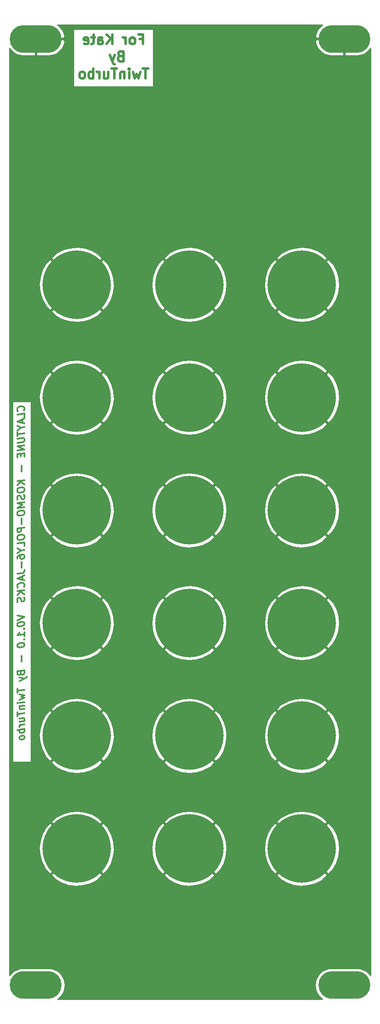
<source format=gbr>
G04 #@! TF.GenerationSoftware,KiCad,Pcbnew,(5.1.7)-1*
G04 #@! TF.CreationDate,2023-03-06T19:58:30+00:00*
G04 #@! TF.ProjectId,KOSMO-POLY6-JACKS,4b4f534d-4f2d-4504-9f4c-59362d4a4143,V0.1.0*
G04 #@! TF.SameCoordinates,Original*
G04 #@! TF.FileFunction,Copper,L2,Bot*
G04 #@! TF.FilePolarity,Positive*
%FSLAX46Y46*%
G04 Gerber Fmt 4.6, Leading zero omitted, Abs format (unit mm)*
G04 Created by KiCad (PCBNEW (5.1.7)-1) date 2023-03-06 19:58:30*
%MOMM*%
%LPD*%
G01*
G04 APERTURE LIST*
G04 #@! TA.AperFunction,NonConductor*
%ADD10C,0.300000*%
G04 #@! TD*
G04 #@! TA.AperFunction,NonConductor*
%ADD11C,0.500000*%
G04 #@! TD*
G04 #@! TA.AperFunction,ComponentPad*
%ADD12C,14.000000*%
G04 #@! TD*
G04 #@! TA.AperFunction,ComponentPad*
%ADD13O,10.600000X5.600000*%
G04 #@! TD*
G04 #@! TA.AperFunction,Conductor*
%ADD14C,0.254000*%
G04 #@! TD*
G04 #@! TA.AperFunction,Conductor*
%ADD15C,0.100000*%
G04 #@! TD*
G04 APERTURE END LIST*
D10*
X109094714Y-84082071D02*
X109166142Y-84001714D01*
X109237571Y-83778500D01*
X109237571Y-83635642D01*
X109166142Y-83430285D01*
X109023285Y-83305285D01*
X108880428Y-83251714D01*
X108594714Y-83216000D01*
X108380428Y-83242785D01*
X108094714Y-83349928D01*
X107951857Y-83439214D01*
X107809000Y-83599928D01*
X107737571Y-83823142D01*
X107737571Y-83966000D01*
X107809000Y-84171357D01*
X107880428Y-84233857D01*
X109237571Y-85421357D02*
X109237571Y-84707071D01*
X107737571Y-84894571D01*
X108809000Y-85903500D02*
X108809000Y-86617785D01*
X109237571Y-85707071D02*
X107737571Y-86394571D01*
X109237571Y-86707071D01*
X108523285Y-87582071D02*
X109237571Y-87492785D01*
X107737571Y-87180285D02*
X108523285Y-87582071D01*
X107737571Y-88180285D01*
X107737571Y-88466000D02*
X107737571Y-89323142D01*
X109237571Y-88707071D02*
X107737571Y-88894571D01*
X107737571Y-89823142D02*
X108951857Y-89671357D01*
X109094714Y-89724928D01*
X109166142Y-89787428D01*
X109237571Y-89921357D01*
X109237571Y-90207071D01*
X109166142Y-90358857D01*
X109094714Y-90439214D01*
X108951857Y-90528500D01*
X107737571Y-90680285D01*
X109237571Y-91207071D02*
X107737571Y-91394571D01*
X109237571Y-92064214D01*
X107737571Y-92251714D01*
X108451857Y-92876714D02*
X108451857Y-93376714D01*
X109237571Y-93492785D02*
X109237571Y-92778500D01*
X107737571Y-92966000D01*
X107737571Y-93680285D01*
X108666142Y-95349928D02*
X108666142Y-96492785D01*
X109237571Y-98278500D02*
X107737571Y-98466000D01*
X109237571Y-99135642D02*
X108380428Y-98599928D01*
X107737571Y-99323142D02*
X108594714Y-98358857D01*
X107737571Y-100251714D02*
X107737571Y-100537428D01*
X107809000Y-100671357D01*
X107951857Y-100796357D01*
X108237571Y-100832071D01*
X108737571Y-100769571D01*
X109023285Y-100662428D01*
X109166142Y-100501714D01*
X109237571Y-100349928D01*
X109237571Y-100064214D01*
X109166142Y-99930285D01*
X109023285Y-99805285D01*
X108737571Y-99769571D01*
X108237571Y-99832071D01*
X107951857Y-99939214D01*
X107809000Y-100099928D01*
X107737571Y-100251714D01*
X109166142Y-101287428D02*
X109237571Y-101492785D01*
X109237571Y-101849928D01*
X109166142Y-102001714D01*
X109094714Y-102082071D01*
X108951857Y-102171357D01*
X108809000Y-102189214D01*
X108666142Y-102135642D01*
X108594714Y-102073142D01*
X108523285Y-101939214D01*
X108451857Y-101662428D01*
X108380428Y-101528500D01*
X108309000Y-101466000D01*
X108166142Y-101412428D01*
X108023285Y-101430285D01*
X107880428Y-101519571D01*
X107809000Y-101599928D01*
X107737571Y-101751714D01*
X107737571Y-102108857D01*
X107809000Y-102314214D01*
X109237571Y-102778500D02*
X107737571Y-102966000D01*
X108809000Y-103332071D01*
X107737571Y-103966000D01*
X109237571Y-103778500D01*
X107737571Y-104966000D02*
X107737571Y-105251714D01*
X107809000Y-105385642D01*
X107951857Y-105510642D01*
X108237571Y-105546357D01*
X108737571Y-105483857D01*
X109023285Y-105376714D01*
X109166142Y-105216000D01*
X109237571Y-105064214D01*
X109237571Y-104778500D01*
X109166142Y-104644571D01*
X109023285Y-104519571D01*
X108737571Y-104483857D01*
X108237571Y-104546357D01*
X107951857Y-104653500D01*
X107809000Y-104814214D01*
X107737571Y-104966000D01*
X108666142Y-106135642D02*
X108666142Y-107278500D01*
X109237571Y-107921357D02*
X107737571Y-108108857D01*
X107737571Y-108680285D01*
X107809000Y-108814214D01*
X107880428Y-108876714D01*
X108023285Y-108930285D01*
X108237571Y-108903500D01*
X108380428Y-108814214D01*
X108451857Y-108733857D01*
X108523285Y-108582071D01*
X108523285Y-108010642D01*
X107737571Y-109894571D02*
X107737571Y-110180285D01*
X107809000Y-110314214D01*
X107951857Y-110439214D01*
X108237571Y-110474928D01*
X108737571Y-110412428D01*
X109023285Y-110305285D01*
X109166142Y-110144571D01*
X109237571Y-109992785D01*
X109237571Y-109707071D01*
X109166142Y-109573142D01*
X109023285Y-109448142D01*
X108737571Y-109412428D01*
X108237571Y-109474928D01*
X107951857Y-109582071D01*
X107809000Y-109742785D01*
X107737571Y-109894571D01*
X109237571Y-111707071D02*
X109237571Y-110992785D01*
X107737571Y-111180285D01*
X108523285Y-112582071D02*
X109237571Y-112492785D01*
X107737571Y-112180285D02*
X108523285Y-112582071D01*
X107737571Y-113180285D01*
X107737571Y-114323142D02*
X107737571Y-114037428D01*
X107809000Y-113885642D01*
X107880428Y-113805285D01*
X108094714Y-113635642D01*
X108380428Y-113528500D01*
X108951857Y-113457071D01*
X109094714Y-113510642D01*
X109166142Y-113573142D01*
X109237571Y-113707071D01*
X109237571Y-113992785D01*
X109166142Y-114144571D01*
X109094714Y-114224928D01*
X108951857Y-114314214D01*
X108594714Y-114358857D01*
X108451857Y-114305285D01*
X108380428Y-114242785D01*
X108309000Y-114108857D01*
X108309000Y-113823142D01*
X108380428Y-113671357D01*
X108451857Y-113591000D01*
X108594714Y-113501714D01*
X108666142Y-114992785D02*
X108666142Y-116135642D01*
X107737571Y-117394571D02*
X108809000Y-117260642D01*
X109023285Y-117162428D01*
X109166142Y-117001714D01*
X109237571Y-116778500D01*
X109237571Y-116635642D01*
X108809000Y-117903500D02*
X108809000Y-118617785D01*
X109237571Y-117707071D02*
X107737571Y-118394571D01*
X109237571Y-118707071D01*
X109094714Y-120082071D02*
X109166142Y-120001714D01*
X109237571Y-119778500D01*
X109237571Y-119635642D01*
X109166142Y-119430285D01*
X109023285Y-119305285D01*
X108880428Y-119251714D01*
X108594714Y-119216000D01*
X108380428Y-119242785D01*
X108094714Y-119349928D01*
X107951857Y-119439214D01*
X107809000Y-119599928D01*
X107737571Y-119823142D01*
X107737571Y-119966000D01*
X107809000Y-120171357D01*
X107880428Y-120233857D01*
X109237571Y-120707071D02*
X107737571Y-120894571D01*
X109237571Y-121564214D02*
X108380428Y-121028500D01*
X107737571Y-121751714D02*
X108594714Y-120787428D01*
X109166142Y-122144571D02*
X109237571Y-122349928D01*
X109237571Y-122707071D01*
X109166142Y-122858857D01*
X109094714Y-122939214D01*
X108951857Y-123028500D01*
X108809000Y-123046357D01*
X108666142Y-122992785D01*
X108594714Y-122930285D01*
X108523285Y-122796357D01*
X108451857Y-122519571D01*
X108380428Y-122385642D01*
X108309000Y-122323142D01*
X108166142Y-122269571D01*
X108023285Y-122287428D01*
X107880428Y-122376714D01*
X107809000Y-122457071D01*
X107737571Y-122608857D01*
X107737571Y-122966000D01*
X107809000Y-123171357D01*
X107737571Y-125894571D02*
X109237571Y-126207071D01*
X107737571Y-126894571D01*
X107737571Y-127680285D02*
X107737571Y-127823142D01*
X107809000Y-127957071D01*
X107880428Y-128019571D01*
X108023285Y-128073142D01*
X108309000Y-128108857D01*
X108666142Y-128064214D01*
X108951857Y-127957071D01*
X109094714Y-127867785D01*
X109166142Y-127787428D01*
X109237571Y-127635642D01*
X109237571Y-127492785D01*
X109166142Y-127358857D01*
X109094714Y-127296357D01*
X108951857Y-127242785D01*
X108666142Y-127207071D01*
X108309000Y-127251714D01*
X108023285Y-127358857D01*
X107880428Y-127448142D01*
X107809000Y-127528500D01*
X107737571Y-127680285D01*
X109094714Y-128653500D02*
X109166142Y-128716000D01*
X109237571Y-128635642D01*
X109166142Y-128573142D01*
X109094714Y-128653500D01*
X109237571Y-128635642D01*
X109237571Y-130135642D02*
X109237571Y-129278500D01*
X109237571Y-129707071D02*
X107737571Y-129894571D01*
X107951857Y-129724928D01*
X108094714Y-129564214D01*
X108166142Y-129412428D01*
X109094714Y-130796357D02*
X109166142Y-130858857D01*
X109237571Y-130778500D01*
X109166142Y-130716000D01*
X109094714Y-130796357D01*
X109237571Y-130778500D01*
X107737571Y-131966000D02*
X107737571Y-132108857D01*
X107809000Y-132242785D01*
X107880428Y-132305285D01*
X108023285Y-132358857D01*
X108309000Y-132394571D01*
X108666142Y-132349928D01*
X108951857Y-132242785D01*
X109094714Y-132153500D01*
X109166142Y-132073142D01*
X109237571Y-131921357D01*
X109237571Y-131778500D01*
X109166142Y-131644571D01*
X109094714Y-131582071D01*
X108951857Y-131528500D01*
X108666142Y-131492785D01*
X108309000Y-131537428D01*
X108023285Y-131644571D01*
X107880428Y-131733857D01*
X107809000Y-131814214D01*
X107737571Y-131966000D01*
X108666142Y-134135642D02*
X108666142Y-135278500D01*
X108451857Y-137662428D02*
X108523285Y-137867785D01*
X108594714Y-137930285D01*
X108737571Y-137983857D01*
X108951857Y-137957071D01*
X109094714Y-137867785D01*
X109166142Y-137787428D01*
X109237571Y-137635642D01*
X109237571Y-137064214D01*
X107737571Y-137251714D01*
X107737571Y-137751714D01*
X107809000Y-137885642D01*
X107880428Y-137948142D01*
X108023285Y-138001714D01*
X108166142Y-137983857D01*
X108309000Y-137894571D01*
X108380428Y-137814214D01*
X108451857Y-137662428D01*
X108451857Y-137162428D01*
X108237571Y-138546357D02*
X109237571Y-138778500D01*
X108237571Y-139260642D02*
X109237571Y-138778500D01*
X109594714Y-138591000D01*
X109666142Y-138510642D01*
X109737571Y-138358857D01*
X107737571Y-140823142D02*
X107737571Y-141680285D01*
X109237571Y-141064214D02*
X107737571Y-141251714D01*
X108237571Y-141974928D02*
X109237571Y-142135642D01*
X108523285Y-142510642D01*
X109237571Y-142707071D01*
X108237571Y-143117785D01*
X109237571Y-143564214D02*
X108237571Y-143689214D01*
X107737571Y-143751714D02*
X107809000Y-143671357D01*
X107880428Y-143733857D01*
X107809000Y-143814214D01*
X107737571Y-143751714D01*
X107880428Y-143733857D01*
X108237571Y-144403500D02*
X109237571Y-144278500D01*
X108380428Y-144385642D02*
X108309000Y-144466000D01*
X108237571Y-144617785D01*
X108237571Y-144832071D01*
X108309000Y-144966000D01*
X108451857Y-145019571D01*
X109237571Y-144921357D01*
X107737571Y-145608857D02*
X107737571Y-146466000D01*
X109237571Y-145849928D02*
X107737571Y-146037428D01*
X108237571Y-147546357D02*
X109237571Y-147421357D01*
X108237571Y-146903500D02*
X109023285Y-146805285D01*
X109166142Y-146858857D01*
X109237571Y-146992785D01*
X109237571Y-147207071D01*
X109166142Y-147358857D01*
X109094714Y-147439214D01*
X109237571Y-148135642D02*
X108237571Y-148260642D01*
X108523285Y-148224928D02*
X108380428Y-148314214D01*
X108309000Y-148394571D01*
X108237571Y-148546357D01*
X108237571Y-148689214D01*
X109237571Y-149064214D02*
X107737571Y-149251714D01*
X108309000Y-149180285D02*
X108237571Y-149332071D01*
X108237571Y-149617785D01*
X108309000Y-149751714D01*
X108380428Y-149814214D01*
X108523285Y-149867785D01*
X108951857Y-149814214D01*
X109094714Y-149724928D01*
X109166142Y-149644571D01*
X109237571Y-149492785D01*
X109237571Y-149207071D01*
X109166142Y-149073142D01*
X109237571Y-150635642D02*
X109166142Y-150501714D01*
X109094714Y-150439214D01*
X108951857Y-150385642D01*
X108523285Y-150439214D01*
X108380428Y-150528500D01*
X108309000Y-150608857D01*
X108237571Y-150760642D01*
X108237571Y-150974928D01*
X108309000Y-151108857D01*
X108380428Y-151171357D01*
X108523285Y-151224928D01*
X108951857Y-151171357D01*
X109094714Y-151082071D01*
X109166142Y-151001714D01*
X109237571Y-150849928D01*
X109237571Y-150635642D01*
D11*
X132748333Y-8295142D02*
X133415000Y-8295142D01*
X133415000Y-9342761D02*
X133415000Y-7342761D01*
X132462619Y-7342761D01*
X131415000Y-9342761D02*
X131605476Y-9247523D01*
X131700714Y-9152285D01*
X131795952Y-8961809D01*
X131795952Y-8390380D01*
X131700714Y-8199904D01*
X131605476Y-8104666D01*
X131415000Y-8009428D01*
X131129285Y-8009428D01*
X130938809Y-8104666D01*
X130843571Y-8199904D01*
X130748333Y-8390380D01*
X130748333Y-8961809D01*
X130843571Y-9152285D01*
X130938809Y-9247523D01*
X131129285Y-9342761D01*
X131415000Y-9342761D01*
X129891190Y-9342761D02*
X129891190Y-8009428D01*
X129891190Y-8390380D02*
X129795952Y-8199904D01*
X129700714Y-8104666D01*
X129510238Y-8009428D01*
X129319761Y-8009428D01*
X127129285Y-9342761D02*
X127129285Y-7342761D01*
X125986428Y-9342761D02*
X126843571Y-8199904D01*
X125986428Y-7342761D02*
X127129285Y-8485619D01*
X124272142Y-9342761D02*
X124272142Y-8295142D01*
X124367380Y-8104666D01*
X124557857Y-8009428D01*
X124938809Y-8009428D01*
X125129285Y-8104666D01*
X124272142Y-9247523D02*
X124462619Y-9342761D01*
X124938809Y-9342761D01*
X125129285Y-9247523D01*
X125224523Y-9057047D01*
X125224523Y-8866571D01*
X125129285Y-8676095D01*
X124938809Y-8580857D01*
X124462619Y-8580857D01*
X124272142Y-8485619D01*
X123605476Y-8009428D02*
X122843571Y-8009428D01*
X123319761Y-7342761D02*
X123319761Y-9057047D01*
X123224523Y-9247523D01*
X123034047Y-9342761D01*
X122843571Y-9342761D01*
X121415000Y-9247523D02*
X121605476Y-9342761D01*
X121986428Y-9342761D01*
X122176904Y-9247523D01*
X122272142Y-9057047D01*
X122272142Y-8295142D01*
X122176904Y-8104666D01*
X121986428Y-8009428D01*
X121605476Y-8009428D01*
X121415000Y-8104666D01*
X121319761Y-8295142D01*
X121319761Y-8485619D01*
X122272142Y-8676095D01*
X128795952Y-11795142D02*
X128510238Y-11890380D01*
X128415000Y-11985619D01*
X128319761Y-12176095D01*
X128319761Y-12461809D01*
X128415000Y-12652285D01*
X128510238Y-12747523D01*
X128700714Y-12842761D01*
X129462619Y-12842761D01*
X129462619Y-10842761D01*
X128795952Y-10842761D01*
X128605476Y-10938000D01*
X128510238Y-11033238D01*
X128415000Y-11223714D01*
X128415000Y-11414190D01*
X128510238Y-11604666D01*
X128605476Y-11699904D01*
X128795952Y-11795142D01*
X129462619Y-11795142D01*
X127653095Y-11509428D02*
X127176904Y-12842761D01*
X126700714Y-11509428D02*
X127176904Y-12842761D01*
X127367380Y-13318952D01*
X127462619Y-13414190D01*
X127653095Y-13509428D01*
X134510238Y-14342761D02*
X133367380Y-14342761D01*
X133938809Y-16342761D02*
X133938809Y-14342761D01*
X132891190Y-15009428D02*
X132510238Y-16342761D01*
X132129285Y-15390380D01*
X131748333Y-16342761D01*
X131367380Y-15009428D01*
X130605476Y-16342761D02*
X130605476Y-15009428D01*
X130605476Y-14342761D02*
X130700714Y-14438000D01*
X130605476Y-14533238D01*
X130510238Y-14438000D01*
X130605476Y-14342761D01*
X130605476Y-14533238D01*
X129653095Y-15009428D02*
X129653095Y-16342761D01*
X129653095Y-15199904D02*
X129557857Y-15104666D01*
X129367380Y-15009428D01*
X129081666Y-15009428D01*
X128891190Y-15104666D01*
X128795952Y-15295142D01*
X128795952Y-16342761D01*
X128129285Y-14342761D02*
X126986428Y-14342761D01*
X127557857Y-16342761D02*
X127557857Y-14342761D01*
X125462619Y-15009428D02*
X125462619Y-16342761D01*
X126319761Y-15009428D02*
X126319761Y-16057047D01*
X126224523Y-16247523D01*
X126034047Y-16342761D01*
X125748333Y-16342761D01*
X125557857Y-16247523D01*
X125462619Y-16152285D01*
X124510238Y-16342761D02*
X124510238Y-15009428D01*
X124510238Y-15390380D02*
X124415000Y-15199904D01*
X124319761Y-15104666D01*
X124129285Y-15009428D01*
X123938809Y-15009428D01*
X123272142Y-16342761D02*
X123272142Y-14342761D01*
X123272142Y-15104666D02*
X123081666Y-15009428D01*
X122700714Y-15009428D01*
X122510238Y-15104666D01*
X122415000Y-15199904D01*
X122319761Y-15390380D01*
X122319761Y-15961809D01*
X122415000Y-16152285D01*
X122510238Y-16247523D01*
X122700714Y-16342761D01*
X123081666Y-16342761D01*
X123272142Y-16247523D01*
X121176904Y-16342761D02*
X121367380Y-16247523D01*
X121462619Y-16152285D01*
X121557857Y-15961809D01*
X121557857Y-15390380D01*
X121462619Y-15199904D01*
X121367380Y-15104666D01*
X121176904Y-15009428D01*
X120891190Y-15009428D01*
X120700714Y-15104666D01*
X120605476Y-15199904D01*
X120510238Y-15390380D01*
X120510238Y-15961809D01*
X120605476Y-16152285D01*
X120700714Y-16247523D01*
X120891190Y-16342761D01*
X121176904Y-16342761D01*
D12*
X119885000Y-173421000D03*
X165885000Y-150421000D03*
X142885000Y-150421000D03*
X119885000Y-150421000D03*
X165885000Y-173421000D03*
X165885000Y-127421000D03*
X142885000Y-173421000D03*
X142885000Y-127421000D03*
X119885000Y-127421000D03*
X119885000Y-104421000D03*
X165885000Y-104421000D03*
X142885000Y-104421000D03*
X165885000Y-81421000D03*
X142885000Y-81421000D03*
X119885000Y-81421000D03*
X165885000Y-58421000D03*
X142885000Y-58421000D03*
X119885000Y-58421000D03*
D13*
X174539000Y-201282000D03*
X111539000Y-201282000D03*
X111539000Y-8282000D03*
X174539000Y-8282000D03*
D14*
X170025020Y-5496460D02*
X169520286Y-5942891D01*
X169112345Y-6479213D01*
X168816874Y-7084815D01*
X168668478Y-7619579D01*
X168765212Y-8155000D01*
X174412000Y-8155000D01*
X174412000Y-8135000D01*
X174666000Y-8135000D01*
X174666000Y-8155000D01*
X174686000Y-8155000D01*
X174686000Y-8409000D01*
X174666000Y-8409000D01*
X174666000Y-11717000D01*
X177166000Y-11717000D01*
X177833695Y-11626221D01*
X178470850Y-11406925D01*
X179052980Y-11067540D01*
X179557714Y-10621109D01*
X179879001Y-10198711D01*
X179879000Y-199327929D01*
X179479664Y-198841336D01*
X178956617Y-198412083D01*
X178359878Y-198093119D01*
X177712378Y-197896702D01*
X177207746Y-197847000D01*
X171870254Y-197847000D01*
X171365622Y-197896702D01*
X170718122Y-198093119D01*
X170121383Y-198412083D01*
X169598336Y-198841336D01*
X169169083Y-199364383D01*
X168850119Y-199961122D01*
X168653702Y-200608622D01*
X168587380Y-201282000D01*
X168653702Y-201955378D01*
X168850119Y-202602878D01*
X169169083Y-203199617D01*
X169598336Y-203722664D01*
X170084929Y-204122000D01*
X115993071Y-204122000D01*
X116479664Y-203722664D01*
X116908917Y-203199617D01*
X117227881Y-202602878D01*
X117424298Y-201955378D01*
X117490620Y-201282000D01*
X117424298Y-200608622D01*
X117227881Y-199961122D01*
X116908917Y-199364383D01*
X116479664Y-198841336D01*
X115956617Y-198412083D01*
X115359878Y-198093119D01*
X114712378Y-197896702D01*
X114207746Y-197847000D01*
X108870254Y-197847000D01*
X108365622Y-197896702D01*
X107718122Y-198093119D01*
X107121383Y-198412083D01*
X106598336Y-198841336D01*
X106199000Y-199327929D01*
X106199000Y-178822674D01*
X114662932Y-178822674D01*
X115478908Y-179701530D01*
X116788840Y-180440437D01*
X118217756Y-180909591D01*
X119710743Y-181090963D01*
X121210428Y-180977583D01*
X122659176Y-180573807D01*
X124001314Y-179895153D01*
X124291092Y-179701530D01*
X125107068Y-178822674D01*
X137662932Y-178822674D01*
X138478908Y-179701530D01*
X139788840Y-180440437D01*
X141217756Y-180909591D01*
X142710743Y-181090963D01*
X144210428Y-180977583D01*
X145659176Y-180573807D01*
X147001314Y-179895153D01*
X147291092Y-179701530D01*
X148107068Y-178822674D01*
X160662932Y-178822674D01*
X161478908Y-179701530D01*
X162788840Y-180440437D01*
X164217756Y-180909591D01*
X165710743Y-181090963D01*
X167210428Y-180977583D01*
X168659176Y-180573807D01*
X170001314Y-179895153D01*
X170291092Y-179701530D01*
X171107068Y-178822674D01*
X165885000Y-173600605D01*
X160662932Y-178822674D01*
X148107068Y-178822674D01*
X142885000Y-173600605D01*
X137662932Y-178822674D01*
X125107068Y-178822674D01*
X119885000Y-173600605D01*
X114662932Y-178822674D01*
X106199000Y-178822674D01*
X106199000Y-173246743D01*
X112215037Y-173246743D01*
X112328417Y-174746428D01*
X112732193Y-176195176D01*
X113410847Y-177537314D01*
X113604470Y-177827092D01*
X114483326Y-178643068D01*
X119705395Y-173421000D01*
X120064605Y-173421000D01*
X125286674Y-178643068D01*
X126165530Y-177827092D01*
X126904437Y-176517160D01*
X127373591Y-175088244D01*
X127554963Y-173595257D01*
X127528615Y-173246743D01*
X135215037Y-173246743D01*
X135328417Y-174746428D01*
X135732193Y-176195176D01*
X136410847Y-177537314D01*
X136604470Y-177827092D01*
X137483326Y-178643068D01*
X142705395Y-173421000D01*
X143064605Y-173421000D01*
X148286674Y-178643068D01*
X149165530Y-177827092D01*
X149904437Y-176517160D01*
X150373591Y-175088244D01*
X150554963Y-173595257D01*
X150528615Y-173246743D01*
X158215037Y-173246743D01*
X158328417Y-174746428D01*
X158732193Y-176195176D01*
X159410847Y-177537314D01*
X159604470Y-177827092D01*
X160483326Y-178643068D01*
X165705395Y-173421000D01*
X166064605Y-173421000D01*
X171286674Y-178643068D01*
X172165530Y-177827092D01*
X172904437Y-176517160D01*
X173373591Y-175088244D01*
X173554963Y-173595257D01*
X173441583Y-172095572D01*
X173037807Y-170646824D01*
X172359153Y-169304686D01*
X172165530Y-169014908D01*
X171286674Y-168198932D01*
X166064605Y-173421000D01*
X165705395Y-173421000D01*
X160483326Y-168198932D01*
X159604470Y-169014908D01*
X158865563Y-170324840D01*
X158396409Y-171753756D01*
X158215037Y-173246743D01*
X150528615Y-173246743D01*
X150441583Y-172095572D01*
X150037807Y-170646824D01*
X149359153Y-169304686D01*
X149165530Y-169014908D01*
X148286674Y-168198932D01*
X143064605Y-173421000D01*
X142705395Y-173421000D01*
X137483326Y-168198932D01*
X136604470Y-169014908D01*
X135865563Y-170324840D01*
X135396409Y-171753756D01*
X135215037Y-173246743D01*
X127528615Y-173246743D01*
X127441583Y-172095572D01*
X127037807Y-170646824D01*
X126359153Y-169304686D01*
X126165530Y-169014908D01*
X125286674Y-168198932D01*
X120064605Y-173421000D01*
X119705395Y-173421000D01*
X114483326Y-168198932D01*
X113604470Y-169014908D01*
X112865563Y-170324840D01*
X112396409Y-171753756D01*
X112215037Y-173246743D01*
X106199000Y-173246743D01*
X106199000Y-168019326D01*
X114662932Y-168019326D01*
X119885000Y-173241395D01*
X125107068Y-168019326D01*
X137662932Y-168019326D01*
X142885000Y-173241395D01*
X148107068Y-168019326D01*
X160662932Y-168019326D01*
X165885000Y-173241395D01*
X171107068Y-168019326D01*
X170291092Y-167140470D01*
X168981160Y-166401563D01*
X167552244Y-165932409D01*
X166059257Y-165751037D01*
X164559572Y-165864417D01*
X163110824Y-166268193D01*
X161768686Y-166946847D01*
X161478908Y-167140470D01*
X160662932Y-168019326D01*
X148107068Y-168019326D01*
X147291092Y-167140470D01*
X145981160Y-166401563D01*
X144552244Y-165932409D01*
X143059257Y-165751037D01*
X141559572Y-165864417D01*
X140110824Y-166268193D01*
X138768686Y-166946847D01*
X138478908Y-167140470D01*
X137662932Y-168019326D01*
X125107068Y-168019326D01*
X124291092Y-167140470D01*
X122981160Y-166401563D01*
X121552244Y-165932409D01*
X120059257Y-165751037D01*
X118559572Y-165864417D01*
X117110824Y-166268193D01*
X115768686Y-166946847D01*
X115478908Y-167140470D01*
X114662932Y-168019326D01*
X106199000Y-168019326D01*
X106199000Y-155822674D01*
X114662932Y-155822674D01*
X115478908Y-156701530D01*
X116788840Y-157440437D01*
X118217756Y-157909591D01*
X119710743Y-158090963D01*
X121210428Y-157977583D01*
X122659176Y-157573807D01*
X124001314Y-156895153D01*
X124291092Y-156701530D01*
X125107068Y-155822674D01*
X137662932Y-155822674D01*
X138478908Y-156701530D01*
X139788840Y-157440437D01*
X141217756Y-157909591D01*
X142710743Y-158090963D01*
X144210428Y-157977583D01*
X145659176Y-157573807D01*
X147001314Y-156895153D01*
X147291092Y-156701530D01*
X148107068Y-155822674D01*
X160662932Y-155822674D01*
X161478908Y-156701530D01*
X162788840Y-157440437D01*
X164217756Y-157909591D01*
X165710743Y-158090963D01*
X167210428Y-157977583D01*
X168659176Y-157573807D01*
X170001314Y-156895153D01*
X170291092Y-156701530D01*
X171107068Y-155822674D01*
X165885000Y-150600605D01*
X160662932Y-155822674D01*
X148107068Y-155822674D01*
X142885000Y-150600605D01*
X137662932Y-155822674D01*
X125107068Y-155822674D01*
X119885000Y-150600605D01*
X114662932Y-155822674D01*
X106199000Y-155822674D01*
X106199000Y-82221000D01*
X106769000Y-82221000D01*
X106769000Y-155791000D01*
X110589000Y-155791000D01*
X110589000Y-150246743D01*
X112215037Y-150246743D01*
X112328417Y-151746428D01*
X112732193Y-153195176D01*
X113410847Y-154537314D01*
X113604470Y-154827092D01*
X114483326Y-155643068D01*
X119705395Y-150421000D01*
X120064605Y-150421000D01*
X125286674Y-155643068D01*
X126165530Y-154827092D01*
X126904437Y-153517160D01*
X127373591Y-152088244D01*
X127554963Y-150595257D01*
X127528615Y-150246743D01*
X135215037Y-150246743D01*
X135328417Y-151746428D01*
X135732193Y-153195176D01*
X136410847Y-154537314D01*
X136604470Y-154827092D01*
X137483326Y-155643068D01*
X142705395Y-150421000D01*
X143064605Y-150421000D01*
X148286674Y-155643068D01*
X149165530Y-154827092D01*
X149904437Y-153517160D01*
X150373591Y-152088244D01*
X150554963Y-150595257D01*
X150528615Y-150246743D01*
X158215037Y-150246743D01*
X158328417Y-151746428D01*
X158732193Y-153195176D01*
X159410847Y-154537314D01*
X159604470Y-154827092D01*
X160483326Y-155643068D01*
X165705395Y-150421000D01*
X166064605Y-150421000D01*
X171286674Y-155643068D01*
X172165530Y-154827092D01*
X172904437Y-153517160D01*
X173373591Y-152088244D01*
X173554963Y-150595257D01*
X173441583Y-149095572D01*
X173037807Y-147646824D01*
X172359153Y-146304686D01*
X172165530Y-146014908D01*
X171286674Y-145198932D01*
X166064605Y-150421000D01*
X165705395Y-150421000D01*
X160483326Y-145198932D01*
X159604470Y-146014908D01*
X158865563Y-147324840D01*
X158396409Y-148753756D01*
X158215037Y-150246743D01*
X150528615Y-150246743D01*
X150441583Y-149095572D01*
X150037807Y-147646824D01*
X149359153Y-146304686D01*
X149165530Y-146014908D01*
X148286674Y-145198932D01*
X143064605Y-150421000D01*
X142705395Y-150421000D01*
X137483326Y-145198932D01*
X136604470Y-146014908D01*
X135865563Y-147324840D01*
X135396409Y-148753756D01*
X135215037Y-150246743D01*
X127528615Y-150246743D01*
X127441583Y-149095572D01*
X127037807Y-147646824D01*
X126359153Y-146304686D01*
X126165530Y-146014908D01*
X125286674Y-145198932D01*
X120064605Y-150421000D01*
X119705395Y-150421000D01*
X114483326Y-145198932D01*
X113604470Y-146014908D01*
X112865563Y-147324840D01*
X112396409Y-148753756D01*
X112215037Y-150246743D01*
X110589000Y-150246743D01*
X110589000Y-145019326D01*
X114662932Y-145019326D01*
X119885000Y-150241395D01*
X125107068Y-145019326D01*
X137662932Y-145019326D01*
X142885000Y-150241395D01*
X148107068Y-145019326D01*
X160662932Y-145019326D01*
X165885000Y-150241395D01*
X171107068Y-145019326D01*
X170291092Y-144140470D01*
X168981160Y-143401563D01*
X167552244Y-142932409D01*
X166059257Y-142751037D01*
X164559572Y-142864417D01*
X163110824Y-143268193D01*
X161768686Y-143946847D01*
X161478908Y-144140470D01*
X160662932Y-145019326D01*
X148107068Y-145019326D01*
X147291092Y-144140470D01*
X145981160Y-143401563D01*
X144552244Y-142932409D01*
X143059257Y-142751037D01*
X141559572Y-142864417D01*
X140110824Y-143268193D01*
X138768686Y-143946847D01*
X138478908Y-144140470D01*
X137662932Y-145019326D01*
X125107068Y-145019326D01*
X124291092Y-144140470D01*
X122981160Y-143401563D01*
X121552244Y-142932409D01*
X120059257Y-142751037D01*
X118559572Y-142864417D01*
X117110824Y-143268193D01*
X115768686Y-143946847D01*
X115478908Y-144140470D01*
X114662932Y-145019326D01*
X110589000Y-145019326D01*
X110589000Y-132822674D01*
X114662932Y-132822674D01*
X115478908Y-133701530D01*
X116788840Y-134440437D01*
X118217756Y-134909591D01*
X119710743Y-135090963D01*
X121210428Y-134977583D01*
X122659176Y-134573807D01*
X124001314Y-133895153D01*
X124291092Y-133701530D01*
X125107068Y-132822674D01*
X137662932Y-132822674D01*
X138478908Y-133701530D01*
X139788840Y-134440437D01*
X141217756Y-134909591D01*
X142710743Y-135090963D01*
X144210428Y-134977583D01*
X145659176Y-134573807D01*
X147001314Y-133895153D01*
X147291092Y-133701530D01*
X148107068Y-132822674D01*
X160662932Y-132822674D01*
X161478908Y-133701530D01*
X162788840Y-134440437D01*
X164217756Y-134909591D01*
X165710743Y-135090963D01*
X167210428Y-134977583D01*
X168659176Y-134573807D01*
X170001314Y-133895153D01*
X170291092Y-133701530D01*
X171107068Y-132822674D01*
X165885000Y-127600605D01*
X160662932Y-132822674D01*
X148107068Y-132822674D01*
X142885000Y-127600605D01*
X137662932Y-132822674D01*
X125107068Y-132822674D01*
X119885000Y-127600605D01*
X114662932Y-132822674D01*
X110589000Y-132822674D01*
X110589000Y-127246743D01*
X112215037Y-127246743D01*
X112328417Y-128746428D01*
X112732193Y-130195176D01*
X113410847Y-131537314D01*
X113604470Y-131827092D01*
X114483326Y-132643068D01*
X119705395Y-127421000D01*
X120064605Y-127421000D01*
X125286674Y-132643068D01*
X126165530Y-131827092D01*
X126904437Y-130517160D01*
X127373591Y-129088244D01*
X127554963Y-127595257D01*
X127528615Y-127246743D01*
X135215037Y-127246743D01*
X135328417Y-128746428D01*
X135732193Y-130195176D01*
X136410847Y-131537314D01*
X136604470Y-131827092D01*
X137483326Y-132643068D01*
X142705395Y-127421000D01*
X143064605Y-127421000D01*
X148286674Y-132643068D01*
X149165530Y-131827092D01*
X149904437Y-130517160D01*
X150373591Y-129088244D01*
X150554963Y-127595257D01*
X150528615Y-127246743D01*
X158215037Y-127246743D01*
X158328417Y-128746428D01*
X158732193Y-130195176D01*
X159410847Y-131537314D01*
X159604470Y-131827092D01*
X160483326Y-132643068D01*
X165705395Y-127421000D01*
X166064605Y-127421000D01*
X171286674Y-132643068D01*
X172165530Y-131827092D01*
X172904437Y-130517160D01*
X173373591Y-129088244D01*
X173554963Y-127595257D01*
X173441583Y-126095572D01*
X173037807Y-124646824D01*
X172359153Y-123304686D01*
X172165530Y-123014908D01*
X171286674Y-122198932D01*
X166064605Y-127421000D01*
X165705395Y-127421000D01*
X160483326Y-122198932D01*
X159604470Y-123014908D01*
X158865563Y-124324840D01*
X158396409Y-125753756D01*
X158215037Y-127246743D01*
X150528615Y-127246743D01*
X150441583Y-126095572D01*
X150037807Y-124646824D01*
X149359153Y-123304686D01*
X149165530Y-123014908D01*
X148286674Y-122198932D01*
X143064605Y-127421000D01*
X142705395Y-127421000D01*
X137483326Y-122198932D01*
X136604470Y-123014908D01*
X135865563Y-124324840D01*
X135396409Y-125753756D01*
X135215037Y-127246743D01*
X127528615Y-127246743D01*
X127441583Y-126095572D01*
X127037807Y-124646824D01*
X126359153Y-123304686D01*
X126165530Y-123014908D01*
X125286674Y-122198932D01*
X120064605Y-127421000D01*
X119705395Y-127421000D01*
X114483326Y-122198932D01*
X113604470Y-123014908D01*
X112865563Y-124324840D01*
X112396409Y-125753756D01*
X112215037Y-127246743D01*
X110589000Y-127246743D01*
X110589000Y-122019326D01*
X114662932Y-122019326D01*
X119885000Y-127241395D01*
X125107068Y-122019326D01*
X137662932Y-122019326D01*
X142885000Y-127241395D01*
X148107068Y-122019326D01*
X160662932Y-122019326D01*
X165885000Y-127241395D01*
X171107068Y-122019326D01*
X170291092Y-121140470D01*
X168981160Y-120401563D01*
X167552244Y-119932409D01*
X166059257Y-119751037D01*
X164559572Y-119864417D01*
X163110824Y-120268193D01*
X161768686Y-120946847D01*
X161478908Y-121140470D01*
X160662932Y-122019326D01*
X148107068Y-122019326D01*
X147291092Y-121140470D01*
X145981160Y-120401563D01*
X144552244Y-119932409D01*
X143059257Y-119751037D01*
X141559572Y-119864417D01*
X140110824Y-120268193D01*
X138768686Y-120946847D01*
X138478908Y-121140470D01*
X137662932Y-122019326D01*
X125107068Y-122019326D01*
X124291092Y-121140470D01*
X122981160Y-120401563D01*
X121552244Y-119932409D01*
X120059257Y-119751037D01*
X118559572Y-119864417D01*
X117110824Y-120268193D01*
X115768686Y-120946847D01*
X115478908Y-121140470D01*
X114662932Y-122019326D01*
X110589000Y-122019326D01*
X110589000Y-109822674D01*
X114662932Y-109822674D01*
X115478908Y-110701530D01*
X116788840Y-111440437D01*
X118217756Y-111909591D01*
X119710743Y-112090963D01*
X121210428Y-111977583D01*
X122659176Y-111573807D01*
X124001314Y-110895153D01*
X124291092Y-110701530D01*
X125107068Y-109822674D01*
X137662932Y-109822674D01*
X138478908Y-110701530D01*
X139788840Y-111440437D01*
X141217756Y-111909591D01*
X142710743Y-112090963D01*
X144210428Y-111977583D01*
X145659176Y-111573807D01*
X147001314Y-110895153D01*
X147291092Y-110701530D01*
X148107068Y-109822674D01*
X160662932Y-109822674D01*
X161478908Y-110701530D01*
X162788840Y-111440437D01*
X164217756Y-111909591D01*
X165710743Y-112090963D01*
X167210428Y-111977583D01*
X168659176Y-111573807D01*
X170001314Y-110895153D01*
X170291092Y-110701530D01*
X171107068Y-109822674D01*
X165885000Y-104600605D01*
X160662932Y-109822674D01*
X148107068Y-109822674D01*
X142885000Y-104600605D01*
X137662932Y-109822674D01*
X125107068Y-109822674D01*
X119885000Y-104600605D01*
X114662932Y-109822674D01*
X110589000Y-109822674D01*
X110589000Y-104246743D01*
X112215037Y-104246743D01*
X112328417Y-105746428D01*
X112732193Y-107195176D01*
X113410847Y-108537314D01*
X113604470Y-108827092D01*
X114483326Y-109643068D01*
X119705395Y-104421000D01*
X120064605Y-104421000D01*
X125286674Y-109643068D01*
X126165530Y-108827092D01*
X126904437Y-107517160D01*
X127373591Y-106088244D01*
X127554963Y-104595257D01*
X127528615Y-104246743D01*
X135215037Y-104246743D01*
X135328417Y-105746428D01*
X135732193Y-107195176D01*
X136410847Y-108537314D01*
X136604470Y-108827092D01*
X137483326Y-109643068D01*
X142705395Y-104421000D01*
X143064605Y-104421000D01*
X148286674Y-109643068D01*
X149165530Y-108827092D01*
X149904437Y-107517160D01*
X150373591Y-106088244D01*
X150554963Y-104595257D01*
X150528615Y-104246743D01*
X158215037Y-104246743D01*
X158328417Y-105746428D01*
X158732193Y-107195176D01*
X159410847Y-108537314D01*
X159604470Y-108827092D01*
X160483326Y-109643068D01*
X165705395Y-104421000D01*
X166064605Y-104421000D01*
X171286674Y-109643068D01*
X172165530Y-108827092D01*
X172904437Y-107517160D01*
X173373591Y-106088244D01*
X173554963Y-104595257D01*
X173441583Y-103095572D01*
X173037807Y-101646824D01*
X172359153Y-100304686D01*
X172165530Y-100014908D01*
X171286674Y-99198932D01*
X166064605Y-104421000D01*
X165705395Y-104421000D01*
X160483326Y-99198932D01*
X159604470Y-100014908D01*
X158865563Y-101324840D01*
X158396409Y-102753756D01*
X158215037Y-104246743D01*
X150528615Y-104246743D01*
X150441583Y-103095572D01*
X150037807Y-101646824D01*
X149359153Y-100304686D01*
X149165530Y-100014908D01*
X148286674Y-99198932D01*
X143064605Y-104421000D01*
X142705395Y-104421000D01*
X137483326Y-99198932D01*
X136604470Y-100014908D01*
X135865563Y-101324840D01*
X135396409Y-102753756D01*
X135215037Y-104246743D01*
X127528615Y-104246743D01*
X127441583Y-103095572D01*
X127037807Y-101646824D01*
X126359153Y-100304686D01*
X126165530Y-100014908D01*
X125286674Y-99198932D01*
X120064605Y-104421000D01*
X119705395Y-104421000D01*
X114483326Y-99198932D01*
X113604470Y-100014908D01*
X112865563Y-101324840D01*
X112396409Y-102753756D01*
X112215037Y-104246743D01*
X110589000Y-104246743D01*
X110589000Y-99019326D01*
X114662932Y-99019326D01*
X119885000Y-104241395D01*
X125107068Y-99019326D01*
X137662932Y-99019326D01*
X142885000Y-104241395D01*
X148107068Y-99019326D01*
X160662932Y-99019326D01*
X165885000Y-104241395D01*
X171107068Y-99019326D01*
X170291092Y-98140470D01*
X168981160Y-97401563D01*
X167552244Y-96932409D01*
X166059257Y-96751037D01*
X164559572Y-96864417D01*
X163110824Y-97268193D01*
X161768686Y-97946847D01*
X161478908Y-98140470D01*
X160662932Y-99019326D01*
X148107068Y-99019326D01*
X147291092Y-98140470D01*
X145981160Y-97401563D01*
X144552244Y-96932409D01*
X143059257Y-96751037D01*
X141559572Y-96864417D01*
X140110824Y-97268193D01*
X138768686Y-97946847D01*
X138478908Y-98140470D01*
X137662932Y-99019326D01*
X125107068Y-99019326D01*
X124291092Y-98140470D01*
X122981160Y-97401563D01*
X121552244Y-96932409D01*
X120059257Y-96751037D01*
X118559572Y-96864417D01*
X117110824Y-97268193D01*
X115768686Y-97946847D01*
X115478908Y-98140470D01*
X114662932Y-99019326D01*
X110589000Y-99019326D01*
X110589000Y-86822674D01*
X114662932Y-86822674D01*
X115478908Y-87701530D01*
X116788840Y-88440437D01*
X118217756Y-88909591D01*
X119710743Y-89090963D01*
X121210428Y-88977583D01*
X122659176Y-88573807D01*
X124001314Y-87895153D01*
X124291092Y-87701530D01*
X125107068Y-86822674D01*
X137662932Y-86822674D01*
X138478908Y-87701530D01*
X139788840Y-88440437D01*
X141217756Y-88909591D01*
X142710743Y-89090963D01*
X144210428Y-88977583D01*
X145659176Y-88573807D01*
X147001314Y-87895153D01*
X147291092Y-87701530D01*
X148107068Y-86822674D01*
X160662932Y-86822674D01*
X161478908Y-87701530D01*
X162788840Y-88440437D01*
X164217756Y-88909591D01*
X165710743Y-89090963D01*
X167210428Y-88977583D01*
X168659176Y-88573807D01*
X170001314Y-87895153D01*
X170291092Y-87701530D01*
X171107068Y-86822674D01*
X165885000Y-81600605D01*
X160662932Y-86822674D01*
X148107068Y-86822674D01*
X142885000Y-81600605D01*
X137662932Y-86822674D01*
X125107068Y-86822674D01*
X119885000Y-81600605D01*
X114662932Y-86822674D01*
X110589000Y-86822674D01*
X110589000Y-82221000D01*
X106769000Y-82221000D01*
X106199000Y-82221000D01*
X106199000Y-81246743D01*
X112215037Y-81246743D01*
X112328417Y-82746428D01*
X112732193Y-84195176D01*
X113410847Y-85537314D01*
X113604470Y-85827092D01*
X114483326Y-86643068D01*
X119705395Y-81421000D01*
X120064605Y-81421000D01*
X125286674Y-86643068D01*
X126165530Y-85827092D01*
X126904437Y-84517160D01*
X127373591Y-83088244D01*
X127554963Y-81595257D01*
X127528615Y-81246743D01*
X135215037Y-81246743D01*
X135328417Y-82746428D01*
X135732193Y-84195176D01*
X136410847Y-85537314D01*
X136604470Y-85827092D01*
X137483326Y-86643068D01*
X142705395Y-81421000D01*
X143064605Y-81421000D01*
X148286674Y-86643068D01*
X149165530Y-85827092D01*
X149904437Y-84517160D01*
X150373591Y-83088244D01*
X150554963Y-81595257D01*
X150528615Y-81246743D01*
X158215037Y-81246743D01*
X158328417Y-82746428D01*
X158732193Y-84195176D01*
X159410847Y-85537314D01*
X159604470Y-85827092D01*
X160483326Y-86643068D01*
X165705395Y-81421000D01*
X166064605Y-81421000D01*
X171286674Y-86643068D01*
X172165530Y-85827092D01*
X172904437Y-84517160D01*
X173373591Y-83088244D01*
X173554963Y-81595257D01*
X173441583Y-80095572D01*
X173037807Y-78646824D01*
X172359153Y-77304686D01*
X172165530Y-77014908D01*
X171286674Y-76198932D01*
X166064605Y-81421000D01*
X165705395Y-81421000D01*
X160483326Y-76198932D01*
X159604470Y-77014908D01*
X158865563Y-78324840D01*
X158396409Y-79753756D01*
X158215037Y-81246743D01*
X150528615Y-81246743D01*
X150441583Y-80095572D01*
X150037807Y-78646824D01*
X149359153Y-77304686D01*
X149165530Y-77014908D01*
X148286674Y-76198932D01*
X143064605Y-81421000D01*
X142705395Y-81421000D01*
X137483326Y-76198932D01*
X136604470Y-77014908D01*
X135865563Y-78324840D01*
X135396409Y-79753756D01*
X135215037Y-81246743D01*
X127528615Y-81246743D01*
X127441583Y-80095572D01*
X127037807Y-78646824D01*
X126359153Y-77304686D01*
X126165530Y-77014908D01*
X125286674Y-76198932D01*
X120064605Y-81421000D01*
X119705395Y-81421000D01*
X114483326Y-76198932D01*
X113604470Y-77014908D01*
X112865563Y-78324840D01*
X112396409Y-79753756D01*
X112215037Y-81246743D01*
X106199000Y-81246743D01*
X106199000Y-76019326D01*
X114662932Y-76019326D01*
X119885000Y-81241395D01*
X125107068Y-76019326D01*
X137662932Y-76019326D01*
X142885000Y-81241395D01*
X148107068Y-76019326D01*
X160662932Y-76019326D01*
X165885000Y-81241395D01*
X171107068Y-76019326D01*
X170291092Y-75140470D01*
X168981160Y-74401563D01*
X167552244Y-73932409D01*
X166059257Y-73751037D01*
X164559572Y-73864417D01*
X163110824Y-74268193D01*
X161768686Y-74946847D01*
X161478908Y-75140470D01*
X160662932Y-76019326D01*
X148107068Y-76019326D01*
X147291092Y-75140470D01*
X145981160Y-74401563D01*
X144552244Y-73932409D01*
X143059257Y-73751037D01*
X141559572Y-73864417D01*
X140110824Y-74268193D01*
X138768686Y-74946847D01*
X138478908Y-75140470D01*
X137662932Y-76019326D01*
X125107068Y-76019326D01*
X124291092Y-75140470D01*
X122981160Y-74401563D01*
X121552244Y-73932409D01*
X120059257Y-73751037D01*
X118559572Y-73864417D01*
X117110824Y-74268193D01*
X115768686Y-74946847D01*
X115478908Y-75140470D01*
X114662932Y-76019326D01*
X106199000Y-76019326D01*
X106199000Y-63822674D01*
X114662932Y-63822674D01*
X115478908Y-64701530D01*
X116788840Y-65440437D01*
X118217756Y-65909591D01*
X119710743Y-66090963D01*
X121210428Y-65977583D01*
X122659176Y-65573807D01*
X124001314Y-64895153D01*
X124291092Y-64701530D01*
X125107068Y-63822674D01*
X137662932Y-63822674D01*
X138478908Y-64701530D01*
X139788840Y-65440437D01*
X141217756Y-65909591D01*
X142710743Y-66090963D01*
X144210428Y-65977583D01*
X145659176Y-65573807D01*
X147001314Y-64895153D01*
X147291092Y-64701530D01*
X148107068Y-63822674D01*
X160662932Y-63822674D01*
X161478908Y-64701530D01*
X162788840Y-65440437D01*
X164217756Y-65909591D01*
X165710743Y-66090963D01*
X167210428Y-65977583D01*
X168659176Y-65573807D01*
X170001314Y-64895153D01*
X170291092Y-64701530D01*
X171107068Y-63822674D01*
X165885000Y-58600605D01*
X160662932Y-63822674D01*
X148107068Y-63822674D01*
X142885000Y-58600605D01*
X137662932Y-63822674D01*
X125107068Y-63822674D01*
X119885000Y-58600605D01*
X114662932Y-63822674D01*
X106199000Y-63822674D01*
X106199000Y-58246743D01*
X112215037Y-58246743D01*
X112328417Y-59746428D01*
X112732193Y-61195176D01*
X113410847Y-62537314D01*
X113604470Y-62827092D01*
X114483326Y-63643068D01*
X119705395Y-58421000D01*
X120064605Y-58421000D01*
X125286674Y-63643068D01*
X126165530Y-62827092D01*
X126904437Y-61517160D01*
X127373591Y-60088244D01*
X127554963Y-58595257D01*
X127528615Y-58246743D01*
X135215037Y-58246743D01*
X135328417Y-59746428D01*
X135732193Y-61195176D01*
X136410847Y-62537314D01*
X136604470Y-62827092D01*
X137483326Y-63643068D01*
X142705395Y-58421000D01*
X143064605Y-58421000D01*
X148286674Y-63643068D01*
X149165530Y-62827092D01*
X149904437Y-61517160D01*
X150373591Y-60088244D01*
X150554963Y-58595257D01*
X150528615Y-58246743D01*
X158215037Y-58246743D01*
X158328417Y-59746428D01*
X158732193Y-61195176D01*
X159410847Y-62537314D01*
X159604470Y-62827092D01*
X160483326Y-63643068D01*
X165705395Y-58421000D01*
X166064605Y-58421000D01*
X171286674Y-63643068D01*
X172165530Y-62827092D01*
X172904437Y-61517160D01*
X173373591Y-60088244D01*
X173554963Y-58595257D01*
X173441583Y-57095572D01*
X173037807Y-55646824D01*
X172359153Y-54304686D01*
X172165530Y-54014908D01*
X171286674Y-53198932D01*
X166064605Y-58421000D01*
X165705395Y-58421000D01*
X160483326Y-53198932D01*
X159604470Y-54014908D01*
X158865563Y-55324840D01*
X158396409Y-56753756D01*
X158215037Y-58246743D01*
X150528615Y-58246743D01*
X150441583Y-57095572D01*
X150037807Y-55646824D01*
X149359153Y-54304686D01*
X149165530Y-54014908D01*
X148286674Y-53198932D01*
X143064605Y-58421000D01*
X142705395Y-58421000D01*
X137483326Y-53198932D01*
X136604470Y-54014908D01*
X135865563Y-55324840D01*
X135396409Y-56753756D01*
X135215037Y-58246743D01*
X127528615Y-58246743D01*
X127441583Y-57095572D01*
X127037807Y-55646824D01*
X126359153Y-54304686D01*
X126165530Y-54014908D01*
X125286674Y-53198932D01*
X120064605Y-58421000D01*
X119705395Y-58421000D01*
X114483326Y-53198932D01*
X113604470Y-54014908D01*
X112865563Y-55324840D01*
X112396409Y-56753756D01*
X112215037Y-58246743D01*
X106199000Y-58246743D01*
X106199000Y-53019326D01*
X114662932Y-53019326D01*
X119885000Y-58241395D01*
X125107068Y-53019326D01*
X137662932Y-53019326D01*
X142885000Y-58241395D01*
X148107068Y-53019326D01*
X160662932Y-53019326D01*
X165885000Y-58241395D01*
X171107068Y-53019326D01*
X170291092Y-52140470D01*
X168981160Y-51401563D01*
X167552244Y-50932409D01*
X166059257Y-50751037D01*
X164559572Y-50864417D01*
X163110824Y-51268193D01*
X161768686Y-51946847D01*
X161478908Y-52140470D01*
X160662932Y-53019326D01*
X148107068Y-53019326D01*
X147291092Y-52140470D01*
X145981160Y-51401563D01*
X144552244Y-50932409D01*
X143059257Y-50751037D01*
X141559572Y-50864417D01*
X140110824Y-51268193D01*
X138768686Y-51946847D01*
X138478908Y-52140470D01*
X137662932Y-53019326D01*
X125107068Y-53019326D01*
X124291092Y-52140470D01*
X122981160Y-51401563D01*
X121552244Y-50932409D01*
X120059257Y-50751037D01*
X118559572Y-50864417D01*
X117110824Y-51268193D01*
X115768686Y-51946847D01*
X115478908Y-52140470D01*
X114662932Y-53019326D01*
X106199000Y-53019326D01*
X106199000Y-10198713D01*
X106520286Y-10621109D01*
X107025020Y-11067540D01*
X107607150Y-11406925D01*
X108244305Y-11626221D01*
X108912000Y-11717000D01*
X111412000Y-11717000D01*
X111412000Y-8409000D01*
X111666000Y-8409000D01*
X111666000Y-11717000D01*
X114166000Y-11717000D01*
X114833695Y-11626221D01*
X115470850Y-11406925D01*
X116052980Y-11067540D01*
X116557714Y-10621109D01*
X116965655Y-10084787D01*
X117261126Y-9479185D01*
X117409522Y-8944421D01*
X117312788Y-8409000D01*
X111666000Y-8409000D01*
X111412000Y-8409000D01*
X111392000Y-8409000D01*
X111392000Y-8155000D01*
X111412000Y-8155000D01*
X111412000Y-8135000D01*
X111666000Y-8135000D01*
X111666000Y-8155000D01*
X117312788Y-8155000D01*
X117409522Y-7619579D01*
X117261126Y-7084815D01*
X116965655Y-6479213D01*
X116782182Y-6238000D01*
X119244286Y-6238000D01*
X119244286Y-18008000D01*
X135585715Y-18008000D01*
X135585715Y-8944421D01*
X168668478Y-8944421D01*
X168816874Y-9479185D01*
X169112345Y-10084787D01*
X169520286Y-10621109D01*
X170025020Y-11067540D01*
X170607150Y-11406925D01*
X171244305Y-11626221D01*
X171912000Y-11717000D01*
X174412000Y-11717000D01*
X174412000Y-8409000D01*
X168765212Y-8409000D01*
X168668478Y-8944421D01*
X135585715Y-8944421D01*
X135585715Y-6238000D01*
X119244286Y-6238000D01*
X116782182Y-6238000D01*
X116557714Y-5942891D01*
X116052980Y-5496460D01*
X115959568Y-5442000D01*
X170118432Y-5442000D01*
X170025020Y-5496460D01*
G04 #@! TA.AperFunction,Conductor*
D15*
G36*
X170025020Y-5496460D02*
G01*
X169520286Y-5942891D01*
X169112345Y-6479213D01*
X168816874Y-7084815D01*
X168668478Y-7619579D01*
X168765212Y-8155000D01*
X174412000Y-8155000D01*
X174412000Y-8135000D01*
X174666000Y-8135000D01*
X174666000Y-8155000D01*
X174686000Y-8155000D01*
X174686000Y-8409000D01*
X174666000Y-8409000D01*
X174666000Y-11717000D01*
X177166000Y-11717000D01*
X177833695Y-11626221D01*
X178470850Y-11406925D01*
X179052980Y-11067540D01*
X179557714Y-10621109D01*
X179879001Y-10198711D01*
X179879000Y-199327929D01*
X179479664Y-198841336D01*
X178956617Y-198412083D01*
X178359878Y-198093119D01*
X177712378Y-197896702D01*
X177207746Y-197847000D01*
X171870254Y-197847000D01*
X171365622Y-197896702D01*
X170718122Y-198093119D01*
X170121383Y-198412083D01*
X169598336Y-198841336D01*
X169169083Y-199364383D01*
X168850119Y-199961122D01*
X168653702Y-200608622D01*
X168587380Y-201282000D01*
X168653702Y-201955378D01*
X168850119Y-202602878D01*
X169169083Y-203199617D01*
X169598336Y-203722664D01*
X170084929Y-204122000D01*
X115993071Y-204122000D01*
X116479664Y-203722664D01*
X116908917Y-203199617D01*
X117227881Y-202602878D01*
X117424298Y-201955378D01*
X117490620Y-201282000D01*
X117424298Y-200608622D01*
X117227881Y-199961122D01*
X116908917Y-199364383D01*
X116479664Y-198841336D01*
X115956617Y-198412083D01*
X115359878Y-198093119D01*
X114712378Y-197896702D01*
X114207746Y-197847000D01*
X108870254Y-197847000D01*
X108365622Y-197896702D01*
X107718122Y-198093119D01*
X107121383Y-198412083D01*
X106598336Y-198841336D01*
X106199000Y-199327929D01*
X106199000Y-178822674D01*
X114662932Y-178822674D01*
X115478908Y-179701530D01*
X116788840Y-180440437D01*
X118217756Y-180909591D01*
X119710743Y-181090963D01*
X121210428Y-180977583D01*
X122659176Y-180573807D01*
X124001314Y-179895153D01*
X124291092Y-179701530D01*
X125107068Y-178822674D01*
X137662932Y-178822674D01*
X138478908Y-179701530D01*
X139788840Y-180440437D01*
X141217756Y-180909591D01*
X142710743Y-181090963D01*
X144210428Y-180977583D01*
X145659176Y-180573807D01*
X147001314Y-179895153D01*
X147291092Y-179701530D01*
X148107068Y-178822674D01*
X160662932Y-178822674D01*
X161478908Y-179701530D01*
X162788840Y-180440437D01*
X164217756Y-180909591D01*
X165710743Y-181090963D01*
X167210428Y-180977583D01*
X168659176Y-180573807D01*
X170001314Y-179895153D01*
X170291092Y-179701530D01*
X171107068Y-178822674D01*
X165885000Y-173600605D01*
X160662932Y-178822674D01*
X148107068Y-178822674D01*
X142885000Y-173600605D01*
X137662932Y-178822674D01*
X125107068Y-178822674D01*
X119885000Y-173600605D01*
X114662932Y-178822674D01*
X106199000Y-178822674D01*
X106199000Y-173246743D01*
X112215037Y-173246743D01*
X112328417Y-174746428D01*
X112732193Y-176195176D01*
X113410847Y-177537314D01*
X113604470Y-177827092D01*
X114483326Y-178643068D01*
X119705395Y-173421000D01*
X120064605Y-173421000D01*
X125286674Y-178643068D01*
X126165530Y-177827092D01*
X126904437Y-176517160D01*
X127373591Y-175088244D01*
X127554963Y-173595257D01*
X127528615Y-173246743D01*
X135215037Y-173246743D01*
X135328417Y-174746428D01*
X135732193Y-176195176D01*
X136410847Y-177537314D01*
X136604470Y-177827092D01*
X137483326Y-178643068D01*
X142705395Y-173421000D01*
X143064605Y-173421000D01*
X148286674Y-178643068D01*
X149165530Y-177827092D01*
X149904437Y-176517160D01*
X150373591Y-175088244D01*
X150554963Y-173595257D01*
X150528615Y-173246743D01*
X158215037Y-173246743D01*
X158328417Y-174746428D01*
X158732193Y-176195176D01*
X159410847Y-177537314D01*
X159604470Y-177827092D01*
X160483326Y-178643068D01*
X165705395Y-173421000D01*
X166064605Y-173421000D01*
X171286674Y-178643068D01*
X172165530Y-177827092D01*
X172904437Y-176517160D01*
X173373591Y-175088244D01*
X173554963Y-173595257D01*
X173441583Y-172095572D01*
X173037807Y-170646824D01*
X172359153Y-169304686D01*
X172165530Y-169014908D01*
X171286674Y-168198932D01*
X166064605Y-173421000D01*
X165705395Y-173421000D01*
X160483326Y-168198932D01*
X159604470Y-169014908D01*
X158865563Y-170324840D01*
X158396409Y-171753756D01*
X158215037Y-173246743D01*
X150528615Y-173246743D01*
X150441583Y-172095572D01*
X150037807Y-170646824D01*
X149359153Y-169304686D01*
X149165530Y-169014908D01*
X148286674Y-168198932D01*
X143064605Y-173421000D01*
X142705395Y-173421000D01*
X137483326Y-168198932D01*
X136604470Y-169014908D01*
X135865563Y-170324840D01*
X135396409Y-171753756D01*
X135215037Y-173246743D01*
X127528615Y-173246743D01*
X127441583Y-172095572D01*
X127037807Y-170646824D01*
X126359153Y-169304686D01*
X126165530Y-169014908D01*
X125286674Y-168198932D01*
X120064605Y-173421000D01*
X119705395Y-173421000D01*
X114483326Y-168198932D01*
X113604470Y-169014908D01*
X112865563Y-170324840D01*
X112396409Y-171753756D01*
X112215037Y-173246743D01*
X106199000Y-173246743D01*
X106199000Y-168019326D01*
X114662932Y-168019326D01*
X119885000Y-173241395D01*
X125107068Y-168019326D01*
X137662932Y-168019326D01*
X142885000Y-173241395D01*
X148107068Y-168019326D01*
X160662932Y-168019326D01*
X165885000Y-173241395D01*
X171107068Y-168019326D01*
X170291092Y-167140470D01*
X168981160Y-166401563D01*
X167552244Y-165932409D01*
X166059257Y-165751037D01*
X164559572Y-165864417D01*
X163110824Y-166268193D01*
X161768686Y-166946847D01*
X161478908Y-167140470D01*
X160662932Y-168019326D01*
X148107068Y-168019326D01*
X147291092Y-167140470D01*
X145981160Y-166401563D01*
X144552244Y-165932409D01*
X143059257Y-165751037D01*
X141559572Y-165864417D01*
X140110824Y-166268193D01*
X138768686Y-166946847D01*
X138478908Y-167140470D01*
X137662932Y-168019326D01*
X125107068Y-168019326D01*
X124291092Y-167140470D01*
X122981160Y-166401563D01*
X121552244Y-165932409D01*
X120059257Y-165751037D01*
X118559572Y-165864417D01*
X117110824Y-166268193D01*
X115768686Y-166946847D01*
X115478908Y-167140470D01*
X114662932Y-168019326D01*
X106199000Y-168019326D01*
X106199000Y-155822674D01*
X114662932Y-155822674D01*
X115478908Y-156701530D01*
X116788840Y-157440437D01*
X118217756Y-157909591D01*
X119710743Y-158090963D01*
X121210428Y-157977583D01*
X122659176Y-157573807D01*
X124001314Y-156895153D01*
X124291092Y-156701530D01*
X125107068Y-155822674D01*
X137662932Y-155822674D01*
X138478908Y-156701530D01*
X139788840Y-157440437D01*
X141217756Y-157909591D01*
X142710743Y-158090963D01*
X144210428Y-157977583D01*
X145659176Y-157573807D01*
X147001314Y-156895153D01*
X147291092Y-156701530D01*
X148107068Y-155822674D01*
X160662932Y-155822674D01*
X161478908Y-156701530D01*
X162788840Y-157440437D01*
X164217756Y-157909591D01*
X165710743Y-158090963D01*
X167210428Y-157977583D01*
X168659176Y-157573807D01*
X170001314Y-156895153D01*
X170291092Y-156701530D01*
X171107068Y-155822674D01*
X165885000Y-150600605D01*
X160662932Y-155822674D01*
X148107068Y-155822674D01*
X142885000Y-150600605D01*
X137662932Y-155822674D01*
X125107068Y-155822674D01*
X119885000Y-150600605D01*
X114662932Y-155822674D01*
X106199000Y-155822674D01*
X106199000Y-82221000D01*
X106769000Y-82221000D01*
X106769000Y-155791000D01*
X110589000Y-155791000D01*
X110589000Y-150246743D01*
X112215037Y-150246743D01*
X112328417Y-151746428D01*
X112732193Y-153195176D01*
X113410847Y-154537314D01*
X113604470Y-154827092D01*
X114483326Y-155643068D01*
X119705395Y-150421000D01*
X120064605Y-150421000D01*
X125286674Y-155643068D01*
X126165530Y-154827092D01*
X126904437Y-153517160D01*
X127373591Y-152088244D01*
X127554963Y-150595257D01*
X127528615Y-150246743D01*
X135215037Y-150246743D01*
X135328417Y-151746428D01*
X135732193Y-153195176D01*
X136410847Y-154537314D01*
X136604470Y-154827092D01*
X137483326Y-155643068D01*
X142705395Y-150421000D01*
X143064605Y-150421000D01*
X148286674Y-155643068D01*
X149165530Y-154827092D01*
X149904437Y-153517160D01*
X150373591Y-152088244D01*
X150554963Y-150595257D01*
X150528615Y-150246743D01*
X158215037Y-150246743D01*
X158328417Y-151746428D01*
X158732193Y-153195176D01*
X159410847Y-154537314D01*
X159604470Y-154827092D01*
X160483326Y-155643068D01*
X165705395Y-150421000D01*
X166064605Y-150421000D01*
X171286674Y-155643068D01*
X172165530Y-154827092D01*
X172904437Y-153517160D01*
X173373591Y-152088244D01*
X173554963Y-150595257D01*
X173441583Y-149095572D01*
X173037807Y-147646824D01*
X172359153Y-146304686D01*
X172165530Y-146014908D01*
X171286674Y-145198932D01*
X166064605Y-150421000D01*
X165705395Y-150421000D01*
X160483326Y-145198932D01*
X159604470Y-146014908D01*
X158865563Y-147324840D01*
X158396409Y-148753756D01*
X158215037Y-150246743D01*
X150528615Y-150246743D01*
X150441583Y-149095572D01*
X150037807Y-147646824D01*
X149359153Y-146304686D01*
X149165530Y-146014908D01*
X148286674Y-145198932D01*
X143064605Y-150421000D01*
X142705395Y-150421000D01*
X137483326Y-145198932D01*
X136604470Y-146014908D01*
X135865563Y-147324840D01*
X135396409Y-148753756D01*
X135215037Y-150246743D01*
X127528615Y-150246743D01*
X127441583Y-149095572D01*
X127037807Y-147646824D01*
X126359153Y-146304686D01*
X126165530Y-146014908D01*
X125286674Y-145198932D01*
X120064605Y-150421000D01*
X119705395Y-150421000D01*
X114483326Y-145198932D01*
X113604470Y-146014908D01*
X112865563Y-147324840D01*
X112396409Y-148753756D01*
X112215037Y-150246743D01*
X110589000Y-150246743D01*
X110589000Y-145019326D01*
X114662932Y-145019326D01*
X119885000Y-150241395D01*
X125107068Y-145019326D01*
X137662932Y-145019326D01*
X142885000Y-150241395D01*
X148107068Y-145019326D01*
X160662932Y-145019326D01*
X165885000Y-150241395D01*
X171107068Y-145019326D01*
X170291092Y-144140470D01*
X168981160Y-143401563D01*
X167552244Y-142932409D01*
X166059257Y-142751037D01*
X164559572Y-142864417D01*
X163110824Y-143268193D01*
X161768686Y-143946847D01*
X161478908Y-144140470D01*
X160662932Y-145019326D01*
X148107068Y-145019326D01*
X147291092Y-144140470D01*
X145981160Y-143401563D01*
X144552244Y-142932409D01*
X143059257Y-142751037D01*
X141559572Y-142864417D01*
X140110824Y-143268193D01*
X138768686Y-143946847D01*
X138478908Y-144140470D01*
X137662932Y-145019326D01*
X125107068Y-145019326D01*
X124291092Y-144140470D01*
X122981160Y-143401563D01*
X121552244Y-142932409D01*
X120059257Y-142751037D01*
X118559572Y-142864417D01*
X117110824Y-143268193D01*
X115768686Y-143946847D01*
X115478908Y-144140470D01*
X114662932Y-145019326D01*
X110589000Y-145019326D01*
X110589000Y-132822674D01*
X114662932Y-132822674D01*
X115478908Y-133701530D01*
X116788840Y-134440437D01*
X118217756Y-134909591D01*
X119710743Y-135090963D01*
X121210428Y-134977583D01*
X122659176Y-134573807D01*
X124001314Y-133895153D01*
X124291092Y-133701530D01*
X125107068Y-132822674D01*
X137662932Y-132822674D01*
X138478908Y-133701530D01*
X139788840Y-134440437D01*
X141217756Y-134909591D01*
X142710743Y-135090963D01*
X144210428Y-134977583D01*
X145659176Y-134573807D01*
X147001314Y-133895153D01*
X147291092Y-133701530D01*
X148107068Y-132822674D01*
X160662932Y-132822674D01*
X161478908Y-133701530D01*
X162788840Y-134440437D01*
X164217756Y-134909591D01*
X165710743Y-135090963D01*
X167210428Y-134977583D01*
X168659176Y-134573807D01*
X170001314Y-133895153D01*
X170291092Y-133701530D01*
X171107068Y-132822674D01*
X165885000Y-127600605D01*
X160662932Y-132822674D01*
X148107068Y-132822674D01*
X142885000Y-127600605D01*
X137662932Y-132822674D01*
X125107068Y-132822674D01*
X119885000Y-127600605D01*
X114662932Y-132822674D01*
X110589000Y-132822674D01*
X110589000Y-127246743D01*
X112215037Y-127246743D01*
X112328417Y-128746428D01*
X112732193Y-130195176D01*
X113410847Y-131537314D01*
X113604470Y-131827092D01*
X114483326Y-132643068D01*
X119705395Y-127421000D01*
X120064605Y-127421000D01*
X125286674Y-132643068D01*
X126165530Y-131827092D01*
X126904437Y-130517160D01*
X127373591Y-129088244D01*
X127554963Y-127595257D01*
X127528615Y-127246743D01*
X135215037Y-127246743D01*
X135328417Y-128746428D01*
X135732193Y-130195176D01*
X136410847Y-131537314D01*
X136604470Y-131827092D01*
X137483326Y-132643068D01*
X142705395Y-127421000D01*
X143064605Y-127421000D01*
X148286674Y-132643068D01*
X149165530Y-131827092D01*
X149904437Y-130517160D01*
X150373591Y-129088244D01*
X150554963Y-127595257D01*
X150528615Y-127246743D01*
X158215037Y-127246743D01*
X158328417Y-128746428D01*
X158732193Y-130195176D01*
X159410847Y-131537314D01*
X159604470Y-131827092D01*
X160483326Y-132643068D01*
X165705395Y-127421000D01*
X166064605Y-127421000D01*
X171286674Y-132643068D01*
X172165530Y-131827092D01*
X172904437Y-130517160D01*
X173373591Y-129088244D01*
X173554963Y-127595257D01*
X173441583Y-126095572D01*
X173037807Y-124646824D01*
X172359153Y-123304686D01*
X172165530Y-123014908D01*
X171286674Y-122198932D01*
X166064605Y-127421000D01*
X165705395Y-127421000D01*
X160483326Y-122198932D01*
X159604470Y-123014908D01*
X158865563Y-124324840D01*
X158396409Y-125753756D01*
X158215037Y-127246743D01*
X150528615Y-127246743D01*
X150441583Y-126095572D01*
X150037807Y-124646824D01*
X149359153Y-123304686D01*
X149165530Y-123014908D01*
X148286674Y-122198932D01*
X143064605Y-127421000D01*
X142705395Y-127421000D01*
X137483326Y-122198932D01*
X136604470Y-123014908D01*
X135865563Y-124324840D01*
X135396409Y-125753756D01*
X135215037Y-127246743D01*
X127528615Y-127246743D01*
X127441583Y-126095572D01*
X127037807Y-124646824D01*
X126359153Y-123304686D01*
X126165530Y-123014908D01*
X125286674Y-122198932D01*
X120064605Y-127421000D01*
X119705395Y-127421000D01*
X114483326Y-122198932D01*
X113604470Y-123014908D01*
X112865563Y-124324840D01*
X112396409Y-125753756D01*
X112215037Y-127246743D01*
X110589000Y-127246743D01*
X110589000Y-122019326D01*
X114662932Y-122019326D01*
X119885000Y-127241395D01*
X125107068Y-122019326D01*
X137662932Y-122019326D01*
X142885000Y-127241395D01*
X148107068Y-122019326D01*
X160662932Y-122019326D01*
X165885000Y-127241395D01*
X171107068Y-122019326D01*
X170291092Y-121140470D01*
X168981160Y-120401563D01*
X167552244Y-119932409D01*
X166059257Y-119751037D01*
X164559572Y-119864417D01*
X163110824Y-120268193D01*
X161768686Y-120946847D01*
X161478908Y-121140470D01*
X160662932Y-122019326D01*
X148107068Y-122019326D01*
X147291092Y-121140470D01*
X145981160Y-120401563D01*
X144552244Y-119932409D01*
X143059257Y-119751037D01*
X141559572Y-119864417D01*
X140110824Y-120268193D01*
X138768686Y-120946847D01*
X138478908Y-121140470D01*
X137662932Y-122019326D01*
X125107068Y-122019326D01*
X124291092Y-121140470D01*
X122981160Y-120401563D01*
X121552244Y-119932409D01*
X120059257Y-119751037D01*
X118559572Y-119864417D01*
X117110824Y-120268193D01*
X115768686Y-120946847D01*
X115478908Y-121140470D01*
X114662932Y-122019326D01*
X110589000Y-122019326D01*
X110589000Y-109822674D01*
X114662932Y-109822674D01*
X115478908Y-110701530D01*
X116788840Y-111440437D01*
X118217756Y-111909591D01*
X119710743Y-112090963D01*
X121210428Y-111977583D01*
X122659176Y-111573807D01*
X124001314Y-110895153D01*
X124291092Y-110701530D01*
X125107068Y-109822674D01*
X137662932Y-109822674D01*
X138478908Y-110701530D01*
X139788840Y-111440437D01*
X141217756Y-111909591D01*
X142710743Y-112090963D01*
X144210428Y-111977583D01*
X145659176Y-111573807D01*
X147001314Y-110895153D01*
X147291092Y-110701530D01*
X148107068Y-109822674D01*
X160662932Y-109822674D01*
X161478908Y-110701530D01*
X162788840Y-111440437D01*
X164217756Y-111909591D01*
X165710743Y-112090963D01*
X167210428Y-111977583D01*
X168659176Y-111573807D01*
X170001314Y-110895153D01*
X170291092Y-110701530D01*
X171107068Y-109822674D01*
X165885000Y-104600605D01*
X160662932Y-109822674D01*
X148107068Y-109822674D01*
X142885000Y-104600605D01*
X137662932Y-109822674D01*
X125107068Y-109822674D01*
X119885000Y-104600605D01*
X114662932Y-109822674D01*
X110589000Y-109822674D01*
X110589000Y-104246743D01*
X112215037Y-104246743D01*
X112328417Y-105746428D01*
X112732193Y-107195176D01*
X113410847Y-108537314D01*
X113604470Y-108827092D01*
X114483326Y-109643068D01*
X119705395Y-104421000D01*
X120064605Y-104421000D01*
X125286674Y-109643068D01*
X126165530Y-108827092D01*
X126904437Y-107517160D01*
X127373591Y-106088244D01*
X127554963Y-104595257D01*
X127528615Y-104246743D01*
X135215037Y-104246743D01*
X135328417Y-105746428D01*
X135732193Y-107195176D01*
X136410847Y-108537314D01*
X136604470Y-108827092D01*
X137483326Y-109643068D01*
X142705395Y-104421000D01*
X143064605Y-104421000D01*
X148286674Y-109643068D01*
X149165530Y-108827092D01*
X149904437Y-107517160D01*
X150373591Y-106088244D01*
X150554963Y-104595257D01*
X150528615Y-104246743D01*
X158215037Y-104246743D01*
X158328417Y-105746428D01*
X158732193Y-107195176D01*
X159410847Y-108537314D01*
X159604470Y-108827092D01*
X160483326Y-109643068D01*
X165705395Y-104421000D01*
X166064605Y-104421000D01*
X171286674Y-109643068D01*
X172165530Y-108827092D01*
X172904437Y-107517160D01*
X173373591Y-106088244D01*
X173554963Y-104595257D01*
X173441583Y-103095572D01*
X173037807Y-101646824D01*
X172359153Y-100304686D01*
X172165530Y-100014908D01*
X171286674Y-99198932D01*
X166064605Y-104421000D01*
X165705395Y-104421000D01*
X160483326Y-99198932D01*
X159604470Y-100014908D01*
X158865563Y-101324840D01*
X158396409Y-102753756D01*
X158215037Y-104246743D01*
X150528615Y-104246743D01*
X150441583Y-103095572D01*
X150037807Y-101646824D01*
X149359153Y-100304686D01*
X149165530Y-100014908D01*
X148286674Y-99198932D01*
X143064605Y-104421000D01*
X142705395Y-104421000D01*
X137483326Y-99198932D01*
X136604470Y-100014908D01*
X135865563Y-101324840D01*
X135396409Y-102753756D01*
X135215037Y-104246743D01*
X127528615Y-104246743D01*
X127441583Y-103095572D01*
X127037807Y-101646824D01*
X126359153Y-100304686D01*
X126165530Y-100014908D01*
X125286674Y-99198932D01*
X120064605Y-104421000D01*
X119705395Y-104421000D01*
X114483326Y-99198932D01*
X113604470Y-100014908D01*
X112865563Y-101324840D01*
X112396409Y-102753756D01*
X112215037Y-104246743D01*
X110589000Y-104246743D01*
X110589000Y-99019326D01*
X114662932Y-99019326D01*
X119885000Y-104241395D01*
X125107068Y-99019326D01*
X137662932Y-99019326D01*
X142885000Y-104241395D01*
X148107068Y-99019326D01*
X160662932Y-99019326D01*
X165885000Y-104241395D01*
X171107068Y-99019326D01*
X170291092Y-98140470D01*
X168981160Y-97401563D01*
X167552244Y-96932409D01*
X166059257Y-96751037D01*
X164559572Y-96864417D01*
X163110824Y-97268193D01*
X161768686Y-97946847D01*
X161478908Y-98140470D01*
X160662932Y-99019326D01*
X148107068Y-99019326D01*
X147291092Y-98140470D01*
X145981160Y-97401563D01*
X144552244Y-96932409D01*
X143059257Y-96751037D01*
X141559572Y-96864417D01*
X140110824Y-97268193D01*
X138768686Y-97946847D01*
X138478908Y-98140470D01*
X137662932Y-99019326D01*
X125107068Y-99019326D01*
X124291092Y-98140470D01*
X122981160Y-97401563D01*
X121552244Y-96932409D01*
X120059257Y-96751037D01*
X118559572Y-96864417D01*
X117110824Y-97268193D01*
X115768686Y-97946847D01*
X115478908Y-98140470D01*
X114662932Y-99019326D01*
X110589000Y-99019326D01*
X110589000Y-86822674D01*
X114662932Y-86822674D01*
X115478908Y-87701530D01*
X116788840Y-88440437D01*
X118217756Y-88909591D01*
X119710743Y-89090963D01*
X121210428Y-88977583D01*
X122659176Y-88573807D01*
X124001314Y-87895153D01*
X124291092Y-87701530D01*
X125107068Y-86822674D01*
X137662932Y-86822674D01*
X138478908Y-87701530D01*
X139788840Y-88440437D01*
X141217756Y-88909591D01*
X142710743Y-89090963D01*
X144210428Y-88977583D01*
X145659176Y-88573807D01*
X147001314Y-87895153D01*
X147291092Y-87701530D01*
X148107068Y-86822674D01*
X160662932Y-86822674D01*
X161478908Y-87701530D01*
X162788840Y-88440437D01*
X164217756Y-88909591D01*
X165710743Y-89090963D01*
X167210428Y-88977583D01*
X168659176Y-88573807D01*
X170001314Y-87895153D01*
X170291092Y-87701530D01*
X171107068Y-86822674D01*
X165885000Y-81600605D01*
X160662932Y-86822674D01*
X148107068Y-86822674D01*
X142885000Y-81600605D01*
X137662932Y-86822674D01*
X125107068Y-86822674D01*
X119885000Y-81600605D01*
X114662932Y-86822674D01*
X110589000Y-86822674D01*
X110589000Y-82221000D01*
X106769000Y-82221000D01*
X106199000Y-82221000D01*
X106199000Y-81246743D01*
X112215037Y-81246743D01*
X112328417Y-82746428D01*
X112732193Y-84195176D01*
X113410847Y-85537314D01*
X113604470Y-85827092D01*
X114483326Y-86643068D01*
X119705395Y-81421000D01*
X120064605Y-81421000D01*
X125286674Y-86643068D01*
X126165530Y-85827092D01*
X126904437Y-84517160D01*
X127373591Y-83088244D01*
X127554963Y-81595257D01*
X127528615Y-81246743D01*
X135215037Y-81246743D01*
X135328417Y-82746428D01*
X135732193Y-84195176D01*
X136410847Y-85537314D01*
X136604470Y-85827092D01*
X137483326Y-86643068D01*
X142705395Y-81421000D01*
X143064605Y-81421000D01*
X148286674Y-86643068D01*
X149165530Y-85827092D01*
X149904437Y-84517160D01*
X150373591Y-83088244D01*
X150554963Y-81595257D01*
X150528615Y-81246743D01*
X158215037Y-81246743D01*
X158328417Y-82746428D01*
X158732193Y-84195176D01*
X159410847Y-85537314D01*
X159604470Y-85827092D01*
X160483326Y-86643068D01*
X165705395Y-81421000D01*
X166064605Y-81421000D01*
X171286674Y-86643068D01*
X172165530Y-85827092D01*
X172904437Y-84517160D01*
X173373591Y-83088244D01*
X173554963Y-81595257D01*
X173441583Y-80095572D01*
X173037807Y-78646824D01*
X172359153Y-77304686D01*
X172165530Y-77014908D01*
X171286674Y-76198932D01*
X166064605Y-81421000D01*
X165705395Y-81421000D01*
X160483326Y-76198932D01*
X159604470Y-77014908D01*
X158865563Y-78324840D01*
X158396409Y-79753756D01*
X158215037Y-81246743D01*
X150528615Y-81246743D01*
X150441583Y-80095572D01*
X150037807Y-78646824D01*
X149359153Y-77304686D01*
X149165530Y-77014908D01*
X148286674Y-76198932D01*
X143064605Y-81421000D01*
X142705395Y-81421000D01*
X137483326Y-76198932D01*
X136604470Y-77014908D01*
X135865563Y-78324840D01*
X135396409Y-79753756D01*
X135215037Y-81246743D01*
X127528615Y-81246743D01*
X127441583Y-80095572D01*
X127037807Y-78646824D01*
X126359153Y-77304686D01*
X126165530Y-77014908D01*
X125286674Y-76198932D01*
X120064605Y-81421000D01*
X119705395Y-81421000D01*
X114483326Y-76198932D01*
X113604470Y-77014908D01*
X112865563Y-78324840D01*
X112396409Y-79753756D01*
X112215037Y-81246743D01*
X106199000Y-81246743D01*
X106199000Y-76019326D01*
X114662932Y-76019326D01*
X119885000Y-81241395D01*
X125107068Y-76019326D01*
X137662932Y-76019326D01*
X142885000Y-81241395D01*
X148107068Y-76019326D01*
X160662932Y-76019326D01*
X165885000Y-81241395D01*
X171107068Y-76019326D01*
X170291092Y-75140470D01*
X168981160Y-74401563D01*
X167552244Y-73932409D01*
X166059257Y-73751037D01*
X164559572Y-73864417D01*
X163110824Y-74268193D01*
X161768686Y-74946847D01*
X161478908Y-75140470D01*
X160662932Y-76019326D01*
X148107068Y-76019326D01*
X147291092Y-75140470D01*
X145981160Y-74401563D01*
X144552244Y-73932409D01*
X143059257Y-73751037D01*
X141559572Y-73864417D01*
X140110824Y-74268193D01*
X138768686Y-74946847D01*
X138478908Y-75140470D01*
X137662932Y-76019326D01*
X125107068Y-76019326D01*
X124291092Y-75140470D01*
X122981160Y-74401563D01*
X121552244Y-73932409D01*
X120059257Y-73751037D01*
X118559572Y-73864417D01*
X117110824Y-74268193D01*
X115768686Y-74946847D01*
X115478908Y-75140470D01*
X114662932Y-76019326D01*
X106199000Y-76019326D01*
X106199000Y-63822674D01*
X114662932Y-63822674D01*
X115478908Y-64701530D01*
X116788840Y-65440437D01*
X118217756Y-65909591D01*
X119710743Y-66090963D01*
X121210428Y-65977583D01*
X122659176Y-65573807D01*
X124001314Y-64895153D01*
X124291092Y-64701530D01*
X125107068Y-63822674D01*
X137662932Y-63822674D01*
X138478908Y-64701530D01*
X139788840Y-65440437D01*
X141217756Y-65909591D01*
X142710743Y-66090963D01*
X144210428Y-65977583D01*
X145659176Y-65573807D01*
X147001314Y-64895153D01*
X147291092Y-64701530D01*
X148107068Y-63822674D01*
X160662932Y-63822674D01*
X161478908Y-64701530D01*
X162788840Y-65440437D01*
X164217756Y-65909591D01*
X165710743Y-66090963D01*
X167210428Y-65977583D01*
X168659176Y-65573807D01*
X170001314Y-64895153D01*
X170291092Y-64701530D01*
X171107068Y-63822674D01*
X165885000Y-58600605D01*
X160662932Y-63822674D01*
X148107068Y-63822674D01*
X142885000Y-58600605D01*
X137662932Y-63822674D01*
X125107068Y-63822674D01*
X119885000Y-58600605D01*
X114662932Y-63822674D01*
X106199000Y-63822674D01*
X106199000Y-58246743D01*
X112215037Y-58246743D01*
X112328417Y-59746428D01*
X112732193Y-61195176D01*
X113410847Y-62537314D01*
X113604470Y-62827092D01*
X114483326Y-63643068D01*
X119705395Y-58421000D01*
X120064605Y-58421000D01*
X125286674Y-63643068D01*
X126165530Y-62827092D01*
X126904437Y-61517160D01*
X127373591Y-60088244D01*
X127554963Y-58595257D01*
X127528615Y-58246743D01*
X135215037Y-58246743D01*
X135328417Y-59746428D01*
X135732193Y-61195176D01*
X136410847Y-62537314D01*
X136604470Y-62827092D01*
X137483326Y-63643068D01*
X142705395Y-58421000D01*
X143064605Y-58421000D01*
X148286674Y-63643068D01*
X149165530Y-62827092D01*
X149904437Y-61517160D01*
X150373591Y-60088244D01*
X150554963Y-58595257D01*
X150528615Y-58246743D01*
X158215037Y-58246743D01*
X158328417Y-59746428D01*
X158732193Y-61195176D01*
X159410847Y-62537314D01*
X159604470Y-62827092D01*
X160483326Y-63643068D01*
X165705395Y-58421000D01*
X166064605Y-58421000D01*
X171286674Y-63643068D01*
X172165530Y-62827092D01*
X172904437Y-61517160D01*
X173373591Y-60088244D01*
X173554963Y-58595257D01*
X173441583Y-57095572D01*
X173037807Y-55646824D01*
X172359153Y-54304686D01*
X172165530Y-54014908D01*
X171286674Y-53198932D01*
X166064605Y-58421000D01*
X165705395Y-58421000D01*
X160483326Y-53198932D01*
X159604470Y-54014908D01*
X158865563Y-55324840D01*
X158396409Y-56753756D01*
X158215037Y-58246743D01*
X150528615Y-58246743D01*
X150441583Y-57095572D01*
X150037807Y-55646824D01*
X149359153Y-54304686D01*
X149165530Y-54014908D01*
X148286674Y-53198932D01*
X143064605Y-58421000D01*
X142705395Y-58421000D01*
X137483326Y-53198932D01*
X136604470Y-54014908D01*
X135865563Y-55324840D01*
X135396409Y-56753756D01*
X135215037Y-58246743D01*
X127528615Y-58246743D01*
X127441583Y-57095572D01*
X127037807Y-55646824D01*
X126359153Y-54304686D01*
X126165530Y-54014908D01*
X125286674Y-53198932D01*
X120064605Y-58421000D01*
X119705395Y-58421000D01*
X114483326Y-53198932D01*
X113604470Y-54014908D01*
X112865563Y-55324840D01*
X112396409Y-56753756D01*
X112215037Y-58246743D01*
X106199000Y-58246743D01*
X106199000Y-53019326D01*
X114662932Y-53019326D01*
X119885000Y-58241395D01*
X125107068Y-53019326D01*
X137662932Y-53019326D01*
X142885000Y-58241395D01*
X148107068Y-53019326D01*
X160662932Y-53019326D01*
X165885000Y-58241395D01*
X171107068Y-53019326D01*
X170291092Y-52140470D01*
X168981160Y-51401563D01*
X167552244Y-50932409D01*
X166059257Y-50751037D01*
X164559572Y-50864417D01*
X163110824Y-51268193D01*
X161768686Y-51946847D01*
X161478908Y-52140470D01*
X160662932Y-53019326D01*
X148107068Y-53019326D01*
X147291092Y-52140470D01*
X145981160Y-51401563D01*
X144552244Y-50932409D01*
X143059257Y-50751037D01*
X141559572Y-50864417D01*
X140110824Y-51268193D01*
X138768686Y-51946847D01*
X138478908Y-52140470D01*
X137662932Y-53019326D01*
X125107068Y-53019326D01*
X124291092Y-52140470D01*
X122981160Y-51401563D01*
X121552244Y-50932409D01*
X120059257Y-50751037D01*
X118559572Y-50864417D01*
X117110824Y-51268193D01*
X115768686Y-51946847D01*
X115478908Y-52140470D01*
X114662932Y-53019326D01*
X106199000Y-53019326D01*
X106199000Y-10198713D01*
X106520286Y-10621109D01*
X107025020Y-11067540D01*
X107607150Y-11406925D01*
X108244305Y-11626221D01*
X108912000Y-11717000D01*
X111412000Y-11717000D01*
X111412000Y-8409000D01*
X111666000Y-8409000D01*
X111666000Y-11717000D01*
X114166000Y-11717000D01*
X114833695Y-11626221D01*
X115470850Y-11406925D01*
X116052980Y-11067540D01*
X116557714Y-10621109D01*
X116965655Y-10084787D01*
X117261126Y-9479185D01*
X117409522Y-8944421D01*
X117312788Y-8409000D01*
X111666000Y-8409000D01*
X111412000Y-8409000D01*
X111392000Y-8409000D01*
X111392000Y-8155000D01*
X111412000Y-8155000D01*
X111412000Y-8135000D01*
X111666000Y-8135000D01*
X111666000Y-8155000D01*
X117312788Y-8155000D01*
X117409522Y-7619579D01*
X117261126Y-7084815D01*
X116965655Y-6479213D01*
X116782182Y-6238000D01*
X119244286Y-6238000D01*
X119244286Y-18008000D01*
X135585715Y-18008000D01*
X135585715Y-8944421D01*
X168668478Y-8944421D01*
X168816874Y-9479185D01*
X169112345Y-10084787D01*
X169520286Y-10621109D01*
X170025020Y-11067540D01*
X170607150Y-11406925D01*
X171244305Y-11626221D01*
X171912000Y-11717000D01*
X174412000Y-11717000D01*
X174412000Y-8409000D01*
X168765212Y-8409000D01*
X168668478Y-8944421D01*
X135585715Y-8944421D01*
X135585715Y-6238000D01*
X119244286Y-6238000D01*
X116782182Y-6238000D01*
X116557714Y-5942891D01*
X116052980Y-5496460D01*
X115959568Y-5442000D01*
X170118432Y-5442000D01*
X170025020Y-5496460D01*
G37*
G04 #@! TD.AperFunction*
M02*

</source>
